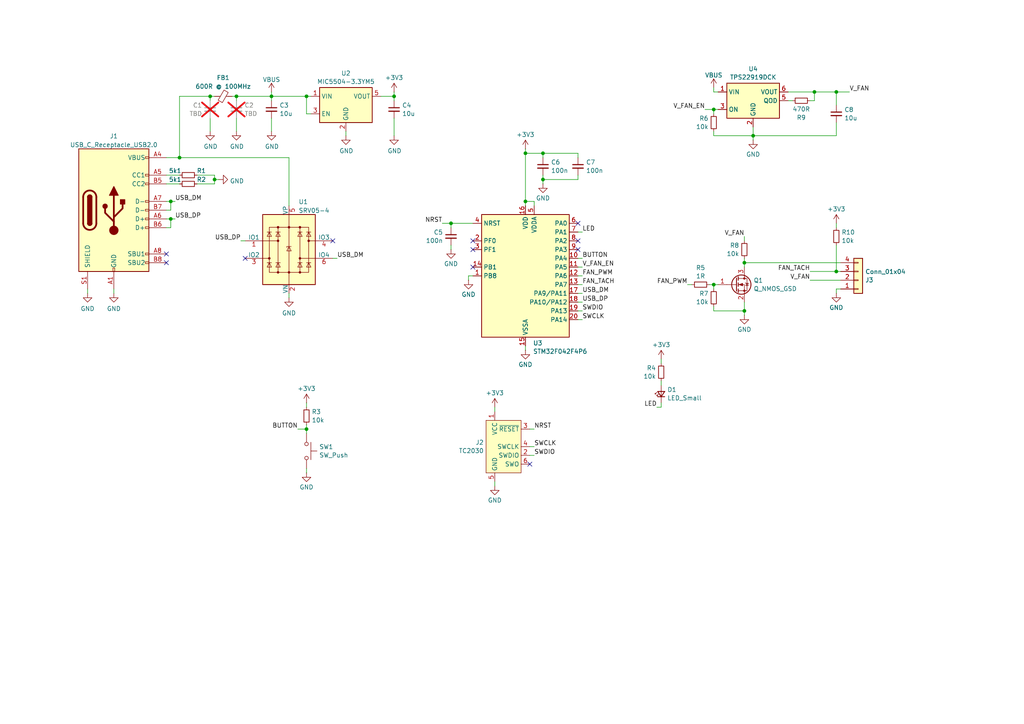
<source format=kicad_sch>
(kicad_sch (version 20250114) (generator "eeschema") (generator_version "9.0")
  (paper "A4")
  (lib_symbols
    (symbol "Connector:Conn_ARM_SWD_TagConnect_TC2030" (in_bom no)
      (property "Reference" "J" (at 2.54 11.43 0))
      (property "Value" "Conn_ARM_SWD_TagConnect_TC2030" (at 5.08 8.89 0))
      (symbol "Conn_ARM_SWD_TagConnect_TC2030_0_0"
        (pin power_in line (at -2.54 10.16 270) (length 2.54) (name "VCC") (number "1"))
        (pin power_in line (at -2.54 -10.16 90) (length 2.54) (name "GND") (number "5"))
        (pin open_collector line (at 7.62 5.08 180) (length 2.54) (name "~{RESET}") (number "3"))
        (pin output line (at 7.62 0 180) (length 2.54) (name "SWCLK") (number "4"))
        (pin bidirectional line (at 7.62 -2.54 180) (length 2.54) (name "SWDIO") (number "2"))
        (pin input line (at 7.62 -5.08 180) (length 2.54) (name "SWO") (number "6"))
      )
      (symbol "Conn_ARM_SWD_TagConnect_TC2030_0_1"
        (rectangle (start -5.08 7.62) (end 5.08 -7.62) (fill (type background)))
      )
    )
    (symbol "Connector:USB_C_Receptacle_USB2.0" (pin_names (offset 1.016))
      (property "Reference" "J" (at -10.16 19.05 0))
      (property "Value" "USB_C_Receptacle_USB2.0" (at 19.05 19.05 0))
      (symbol "USB_C_Receptacle_USB2.0_0_0"
        (rectangle (start -0.254 -17.78) (end 0.254 -16.764))
        (rectangle (start 10.16 15.494) (end 9.144 14.986))
        (rectangle (start 10.16 10.414) (end 9.144 9.906))
        (rectangle (start 10.16 7.874) (end 9.144 7.366))
        (rectangle (start 10.16 2.794) (end 9.144 2.286))
        (rectangle (start 10.16 0.254) (end 9.144 -0.254))
        (rectangle (start 10.16 -2.286) (end 9.144 -2.794))
        (rectangle (start 10.16 -4.826) (end 9.144 -5.334))
        (rectangle (start 10.16 -12.446) (end 9.144 -12.954))
        (rectangle (start 10.16 -14.986) (end 9.144 -15.494))
      )
      (symbol "USB_C_Receptacle_USB2.0_0_1"
        (rectangle (start -10.16 17.78) (end 10.16 -17.78) (stroke (width 0.254)) (fill (type background)))
        (polyline (pts (xy -8.89 -3.81) (xy -8.89 3.81)) (stroke (width 0.508)))
        (rectangle (start -7.62 -3.81) (end -6.35 3.81) (stroke (width 0.254)) (fill (type outline)))
        (arc (start -7.62 3.81) (mid -6.985 4.4423) (end -6.35 3.81) (stroke (width 0.254)))
        (arc (start -7.62 3.81) (mid -6.985 4.4423) (end -6.35 3.81) (stroke (width 0.254)) (fill (type outline)))
        (arc (start -8.89 3.81) (mid -6.985 5.7067) (end -5.08 3.81) (stroke (width 0.508)))
        (arc (start -5.08 -3.81) (mid -6.985 -5.7067) (end -8.89 -3.81) (stroke (width 0.508)))
        (arc (start -6.35 -3.81) (mid -6.985 -4.4423) (end -7.62 -3.81) (stroke (width 0.254)))
        (arc (start -6.35 -3.81) (mid -6.985 -4.4423) (end -7.62 -3.81) (stroke (width 0.254)) (fill (type outline)))
        (polyline (pts (xy -5.08 3.81) (xy -5.08 -3.81)) (stroke (width 0.508)))
        (circle (center -2.54 1.143) (radius 0.635) (stroke (width 0.254)) (fill (type outline)))
        (polyline (pts (xy -1.27 4.318) (xy 0 6.858) (xy 1.27 4.318) (xy -1.27 4.318)) (stroke (width 0.254)) (fill (type outline)))
        (polyline (pts (xy 0 -2.032) (xy 2.54 0.508) (xy 2.54 1.778)) (stroke (width 0.508)))
        (polyline (pts (xy 0 -3.302) (xy -2.54 -0.762) (xy -2.54 0.508)) (stroke (width 0.508)))
        (polyline (pts (xy 0 -5.842) (xy 0 4.318)) (stroke (width 0.508)))
        (circle (center 0 -5.842) (radius 1.27) (fill (type outline)))
        (rectangle (start 1.905 1.778) (end 3.175 3.048) (stroke (width 0.254)) (fill (type outline)))
      )
      (symbol "USB_C_Receptacle_USB2.0_1_1"
        (pin passive line (at -7.62 -22.86 90) (length 5.08) (name "SHIELD") (number "S1"))
        (pin passive line (at 0 -22.86 90) (length 5.08) (name "GND") (number "A1"))
        (pin passive line (at 0 -22.86 90) (length 5.08) (hide yes) (name "GND") (number "A12"))
        (pin passive line (at 0 -22.86 90) (length 5.08) (hide yes) (name "GND") (number "B1"))
        (pin passive line (at 0 -22.86 90) (length 5.08) (hide yes) (name "GND") (number "B12"))
        (pin passive line (at 15.24 15.24 180) (length 5.08) (name "VBUS") (number "A4"))
        (pin passive line (at 15.24 15.24 180) (length 5.08) (hide yes) (name "VBUS") (number "A9"))
        (pin passive line (at 15.24 15.24 180) (length 5.08) (hide yes) (name "VBUS") (number "B4"))
        (pin passive line (at 15.24 15.24 180) (length 5.08) (hide yes) (name "VBUS") (number "B9"))
        (pin bidirectional line (at 15.24 10.16 180) (length 5.08) (name "CC1") (number "A5"))
        (pin bidirectional line (at 15.24 7.62 180) (length 5.08) (name "CC2") (number "B5"))
        (pin bidirectional line (at 15.24 2.54 180) (length 5.08) (name "D-") (number "A7"))
        (pin bidirectional line (at 15.24 0 180) (length 5.08) (name "D-") (number "B7"))
        (pin bidirectional line (at 15.24 -2.54 180) (length 5.08) (name "D+") (number "A6"))
        (pin bidirectional line (at 15.24 -5.08 180) (length 5.08) (name "D+") (number "B6"))
        (pin bidirectional line (at 15.24 -12.7 180) (length 5.08) (name "SBU1") (number "A8"))
        (pin bidirectional line (at 15.24 -15.24 180) (length 5.08) (name "SBU2") (number "B8"))
      )
    )
    (symbol "Connector_Generic:Conn_01x04" (pin_names (offset 1.016) (hide yes))
      (property "Reference" "J" (at 0 5.08 0))
      (property "Value" "Conn_01x04" (at 0 -7.62 0))
      (symbol "Conn_01x04_1_1"
        (rectangle (start -1.27 3.81) (end 1.27 -6.35) (stroke (width 0.254)) (fill (type background)))
        (rectangle (start -1.27 2.667) (end 0 2.413) (stroke (width 0.1524)))
        (rectangle (start -1.27 0.127) (end 0 -0.127) (stroke (width 0.1524)))
        (rectangle (start -1.27 -2.413) (end 0 -2.667) (stroke (width 0.1524)))
        (rectangle (start -1.27 -4.953) (end 0 -5.207) (stroke (width 0.1524)))
        (pin passive line (at -5.08 2.54 0) (length 3.81) (name "Pin_1") (number "1"))
        (pin passive line (at -5.08 0 0) (length 3.81) (name "Pin_2") (number "2"))
        (pin passive line (at -5.08 -2.54 0) (length 3.81) (name "Pin_3") (number "3"))
        (pin passive line (at -5.08 -5.08 0) (length 3.81) (name "Pin_4") (number "4"))
      )
    )
    (symbol "Device:C_Small" (pin_numbers (hide yes)) (pin_names (offset 0.254) (hide yes))
      (property "Reference" "C" (at 0.254 1.778 0))
      (property "Value" "C_Small" (at 0.254 -2.032 0))
      (symbol "C_Small_0_1"
        (polyline (pts (xy -1.524 0.508) (xy 1.524 0.508)) (stroke (width 0.3048)))
        (polyline (pts (xy -1.524 -0.508) (xy 1.524 -0.508)) (stroke (width 0.3302)))
      )
      (symbol "C_Small_1_1"
        (pin passive line (at 0 2.54 270) (length 2.032) (name "~") (number "1"))
        (pin passive line (at 0 -2.54 90) (length 2.032) (name "~") (number "2"))
      )
    )
    (symbol "Device:FerriteBead_Small" (pin_numbers (hide yes)) (pin_names (offset 0))
      (property "Reference" "FB" (at 1.905 1.27 0))
      (property "Value" "FerriteBead_Small" (at 1.905 -1.27 0))
      (symbol "FerriteBead_Small_0_1"
        (polyline (pts (xy -1.8288 0.2794) (xy -1.1176 1.4986) (xy 1.8288 -0.2032) (xy 1.1176 -1.4224) (xy -1.8288 0.2794)))
        (polyline (pts (xy 0 0.889) (xy 0 1.2954)))
        (polyline (pts (xy 0 -1.27) (xy 0 -0.7874)))
      )
      (symbol "FerriteBead_Small_1_1"
        (pin passive line (at 0 2.54 270) (length 1.27) (name "~") (number "1"))
        (pin passive line (at 0 -2.54 90) (length 1.27) (name "~") (number "2"))
      )
    )
    (symbol "Device:LED_Small" (pin_numbers (hide yes)) (pin_names (offset 0.254) (hide yes))
      (property "Reference" "D" (at -1.27 3.175 0))
      (property "Value" "LED_Small" (at -4.445 -2.54 0))
      (symbol "LED_Small_0_1"
        (polyline (pts (xy -0.762 -1.016) (xy -0.762 1.016)) (stroke (width 0.254)))
        (polyline (pts (xy 0 0.762) (xy -0.508 1.27) (xy -0.254 1.27) (xy -0.508 1.27) (xy -0.508 1.016)))
        (polyline (pts (xy 0.508 1.27) (xy 0 1.778) (xy 0.254 1.778) (xy 0 1.778) (xy 0 1.524)))
        (polyline (pts (xy 0.762 -1.016) (xy -0.762 0) (xy 0.762 1.016) (xy 0.762 -1.016)) (stroke (width 0.254)))
        (polyline (pts (xy 1.016 0) (xy -0.762 0)))
      )
      (symbol "LED_Small_1_1"
        (pin passive line (at -2.54 0 0) (length 1.778) (name "K") (number "1"))
        (pin passive line (at 2.54 0 180) (length 1.778) (name "A") (number "2"))
      )
    )
    (symbol "Device:Q_NMOS_GSD" (pin_names (offset 0) (hide yes))
      (property "Reference" "Q" (at 5.08 1.27 0))
      (property "Value" "Q_NMOS_GSD" (at 5.08 -1.27 0))
      (symbol "Q_NMOS_GSD_0_1"
        (polyline (pts (xy 0.254 1.905) (xy 0.254 -1.905)) (stroke (width 0.254)))
        (polyline (pts (xy 0.254 0) (xy -2.54 0)))
        (polyline (pts (xy 0.762 2.286) (xy 0.762 1.27)) (stroke (width 0.254)))
        (polyline (pts (xy 0.762 0.508) (xy 0.762 -0.508)) (stroke (width 0.254)))
        (polyline (pts (xy 0.762 -1.27) (xy 0.762 -2.286)) (stroke (width 0.254)))
        (polyline (pts (xy 0.762 -1.778) (xy 3.302 -1.778) (xy 3.302 1.778) (xy 0.762 1.778)))
        (polyline (pts (xy 1.016 0) (xy 2.032 0.381) (xy 2.032 -0.381) (xy 1.016 0)) (fill (type outline)))
        (circle (center 1.651 0) (radius 2.794) (stroke (width 0.254)))
        (polyline (pts (xy 2.54 2.54) (xy 2.54 1.778)))
        (circle (center 2.54 1.778) (radius 0.254) (fill (type outline)))
        (circle (center 2.54 -1.778) (radius 0.254) (fill (type outline)))
        (polyline (pts (xy 2.54 -2.54) (xy 2.54 0) (xy 0.762 0)))
        (polyline (pts (xy 2.794 0.508) (xy 2.921 0.381) (xy 3.683 0.381) (xy 3.81 0.254)))
        (polyline (pts (xy 3.302 0.381) (xy 2.921 -0.254) (xy 3.683 -0.254) (xy 3.302 0.381)))
      )
      (symbol "Q_NMOS_GSD_1_1"
        (pin input line (at -5.08 0 0) (length 2.54) (name "G") (number "1"))
        (pin passive line (at 2.54 5.08 270) (length 2.54) (name "D") (number "3"))
        (pin passive line (at 2.54 -5.08 90) (length 2.54) (name "S") (number "2"))
      )
    )
    (symbol "Device:R_Small" (pin_numbers (hide yes)) (pin_names (offset 0.254) (hide yes))
      (property "Reference" "R" (at 0.762 0.508 0))
      (property "Value" "R_Small" (at 0.762 -1.016 0))
      (symbol "R_Small_0_1"
        (rectangle (start -0.762 1.778) (end 0.762 -1.778) (stroke (width 0.2032)))
      )
      (symbol "R_Small_1_1"
        (pin passive line (at 0 2.54 270) (length 0.762) (name "~") (number "1"))
        (pin passive line (at 0 -2.54 90) (length 0.762) (name "~") (number "2"))
      )
    )
    (symbol "GND_1" (power) (pin_numbers (hide yes)) (pin_names (offset 0) (hide yes))
      (property "Value" "GND" (at 0 -3.81 0))
      (symbol "GND_1_0_1"
        (polyline (pts (xy 0 0) (xy 0 -1.27) (xy 1.27 -1.27) (xy 0 -2.54) (xy -1.27 -1.27) (xy 0 -1.27)))
      )
      (symbol "GND_1_1_1"
        (pin power_in line (at 0 0 270) (length 0) (name "~") (number "1"))
      )
    )
    (symbol "GND_2" (power) (pin_numbers (hide yes)) (pin_names (offset 0) (hide yes))
      (property "Value" "GND" (at 0 -3.81 0))
      (symbol "GND_2_0_1"
        (polyline (pts (xy 0 0) (xy 0 -1.27) (xy 1.27 -1.27) (xy 0 -2.54) (xy -1.27 -1.27) (xy 0 -1.27)))
      )
      (symbol "GND_2_1_1"
        (pin power_in line (at 0 0 270) (length 0) (name "~") (number "1"))
      )
    )
    (symbol "GND_3" (power) (pin_numbers (hide yes)) (pin_names (offset 0) (hide yes))
      (property "Value" "GND" (at 0 -3.81 0))
      (symbol "GND_3_0_1"
        (polyline (pts (xy 0 0) (xy 0 -1.27) (xy 1.27 -1.27) (xy 0 -2.54) (xy -1.27 -1.27) (xy 0 -1.27)))
      )
      (symbol "GND_3_1_1"
        (pin power_in line (at 0 0 270) (length 0) (name "~") (number "1"))
      )
    )
    (symbol "GND_4" (power) (pin_numbers (hide yes)) (pin_names (offset 0) (hide yes))
      (property "Value" "GND" (at 0 -3.81 0))
      (symbol "GND_4_0_1"
        (polyline (pts (xy 0 0) (xy 0 -1.27) (xy 1.27 -1.27) (xy 0 -2.54) (xy -1.27 -1.27) (xy 0 -1.27)))
      )
      (symbol "GND_4_1_1"
        (pin power_in line (at 0 0 270) (length 0) (name "~") (number "1"))
      )
    )
    (symbol "MCU_ST_STM32F0:STM32F042F4Px"
      (property "Reference" "U" (at -12.7 19.05 0))
      (property "Value" "STM32F042F4Px" (at 5.08 19.05 0))
      (symbol "STM32F042F4Px_0_1"
        (rectangle (start -12.7 -17.78) (end 12.7 17.78) (stroke (width 0.254)) (fill (type background)))
      )
      (symbol "STM32F042F4Px_1_1"
        (pin input line (at -15.24 15.24 0) (length 2.54) (name "NRST") (number "4"))
        (pin bidirectional line (at -15.24 10.16 0) (length 2.54) (name "PF0") (number "2"))
        (pin bidirectional line (at -15.24 7.62 0) (length 2.54) (name "PF1") (number "3"))
        (pin bidirectional line (at -15.24 2.54 0) (length 2.54) (name "PB1") (number "14"))
        (pin bidirectional line (at -15.24 0 0) (length 2.54) (name "PB8") (number "1"))
        (pin power_in line (at 0 20.32 270) (length 2.54) (name "VDD") (number "16"))
        (pin power_in line (at 0 -20.32 90) (length 2.54) (name "VSSA") (number "15"))
        (pin power_in line (at 2.54 20.32 270) (length 2.54) (name "VDDA") (number "5"))
        (pin bidirectional line (at 15.24 15.24 180) (length 2.54) (name "PA0") (number "6"))
        (pin bidirectional line (at 15.24 12.7 180) (length 2.54) (name "PA1") (number "7"))
        (pin bidirectional line (at 15.24 10.16 180) (length 2.54) (name "PA2") (number "8"))
        (pin bidirectional line (at 15.24 7.62 180) (length 2.54) (name "PA3") (number "9"))
        (pin bidirectional line (at 15.24 5.08 180) (length 2.54) (name "PA4") (number "10"))
        (pin bidirectional line (at 15.24 2.54 180) (length 2.54) (name "PA5") (number "11"))
        (pin bidirectional line (at 15.24 0 180) (length 2.54) (name "PA6") (number "12"))
        (pin bidirectional line (at 15.24 -2.54 180) (length 2.54) (name "PA7") (number "13"))
        (pin bidirectional line (at 15.24 -5.08 180) (length 2.54) (name "PA9/PA11") (number "17"))
        (pin bidirectional line (at 15.24 -7.62 180) (length 2.54) (name "PA10/PA12") (number "18"))
        (pin bidirectional line (at 15.24 -10.16 180) (length 2.54) (name "PA13") (number "19"))
        (pin bidirectional line (at 15.24 -12.7 180) (length 2.54) (name "PA14") (number "20"))
      )
    )
    (symbol "Power_Protection:SRV05-4" (pin_names (offset 0))
      (property "Reference" "U" (at -5.08 11.43 0))
      (property "Value" "SRV05-4" (at 2.54 11.43 0))
      (symbol "SRV05-4_0_0"
        (rectangle (start -5.715 6.477) (end 5.715 -6.604))
        (polyline (pts (xy -3.175 -6.604) (xy -3.175 6.477)))
        (polyline (pts (xy 3.175 6.477) (xy 3.175 -6.604)))
      )
      (symbol "SRV05-4_0_1"
        (polyline (pts (xy -7.747 2.54) (xy -3.175 2.54)))
        (rectangle (start -7.62 10.16) (end 7.62 -10.16) (stroke (width 0.254)) (fill (type background)))
        (polyline (pts (xy -7.62 -2.54) (xy -5.715 -2.54)))
        (circle (center -5.715 -2.54) (radius 0.2794) (fill (type outline)))
        (polyline (pts (xy -5.08 5.08) (xy -6.35 5.08)))
        (polyline (pts (xy -5.08 3.81) (xy -6.35 3.81) (xy -5.715 5.08) (xy -5.08 3.81)))
        (polyline (pts (xy -5.08 -3.81) (xy -6.35 -3.81)))
        (polyline (pts (xy -5.08 -5.08) (xy -6.35 -5.08) (xy -5.715 -3.81) (xy -5.08 -5.08)))
        (circle (center -3.175 6.477) (radius 0.2794) (fill (type outline)))
        (circle (center -3.175 2.54) (radius 0.2794) (fill (type outline)))
        (circle (center -3.175 -6.604) (radius 0.2794) (fill (type outline)))
        (polyline (pts (xy -2.54 5.08) (xy -3.81 5.08)))
        (polyline (pts (xy -2.54 3.81) (xy -3.81 3.81) (xy -3.175 5.08) (xy -2.54 3.81)))
        (polyline (pts (xy -2.54 -3.81) (xy -3.81 -3.81)))
        (polyline (pts (xy -2.54 -5.08) (xy -3.81 -5.08) (xy -3.175 -3.81) (xy -2.54 -5.08)))
        (polyline (pts (xy 0 10.16) (xy 0 -10.16)))
        (circle (center 0 6.477) (radius 0.2794) (fill (type outline)))
        (circle (center 0 -6.604) (radius 0.2794) (fill (type outline)))
        (polyline (pts (xy 0.635 0.889) (xy -0.635 0.889) (xy -0.635 0.635)))
        (polyline (pts (xy 0.635 -0.381) (xy -0.635 -0.381) (xy 0 0.889) (xy 0.635 -0.381)))
        (circle (center 3.175 6.477) (radius 0.2794) (fill (type outline)))
        (circle (center 3.175 -2.54) (radius 0.2794) (fill (type outline)))
        (circle (center 3.175 -6.604) (radius 0.2794) (fill (type outline)))
        (polyline (pts (xy 3.81 5.08) (xy 2.54 5.08)))
        (polyline (pts (xy 3.81 3.81) (xy 2.54 3.81) (xy 3.175 5.08) (xy 3.81 3.81)))
        (polyline (pts (xy 3.81 -3.81) (xy 2.54 -3.81)))
        (polyline (pts (xy 3.81 -5.08) (xy 2.54 -5.08) (xy 3.175 -3.81) (xy 3.81 -5.08)))
        (circle (center 5.715 2.54) (radius 0.2794) (fill (type outline)))
        (polyline (pts (xy 6.35 5.08) (xy 5.08 5.08)))
        (polyline (pts (xy 6.35 3.81) (xy 5.08 3.81) (xy 5.715 5.08) (xy 6.35 3.81)))
        (polyline (pts (xy 6.35 -3.81) (xy 5.08 -3.81)))
        (polyline (pts (xy 6.35 -5.08) (xy 5.08 -5.08) (xy 5.715 -3.81) (xy 6.35 -5.08)))
        (polyline (pts (xy 7.62 2.54) (xy 5.715 2.54)))
        (polyline (pts (xy 7.62 -2.54) (xy 3.175 -2.54)))
      )
      (symbol "SRV05-4_1_1"
        (pin passive line (at -12.7 2.54 0) (length 5.08) (name "IO1") (number "1"))
        (pin passive line (at -12.7 -2.54 0) (length 5.08) (name "IO2") (number "3"))
        (pin passive line (at 0 12.7 270) (length 2.54) (name "VP") (number "5"))
        (pin passive line (at 0 -12.7 90) (length 2.54) (name "VN") (number "2"))
        (pin passive line (at 12.7 2.54 180) (length 5.08) (name "IO3") (number "4"))
        (pin passive line (at 12.7 -2.54 180) (length 5.08) (name "IO4") (number "6"))
      )
    )
    (symbol "Regulator_Linear:MIC5504-3.3YM5"
      (property "Reference" "U" (at -7.62 8.89 0))
      (property "Value" "MIC5504-3.3YM5" (at -7.62 6.35 0))
      (symbol "MIC5504-3.3YM5_0_1"
        (rectangle (start -7.62 -5.08) (end 7.62 5.08) (stroke (width 0.254)) (fill (type background)))
      )
      (symbol "MIC5504-3.3YM5_1_1"
        (pin power_in line (at -10.16 2.54 0) (length 2.54) (name "VIN") (number "1"))
        (pin input line (at -10.16 -2.54 0) (length 2.54) (name "EN") (number "3"))
        (pin power_in line (at 0 -7.62 90) (length 2.54) (name "GND") (number "2"))
        (pin no_connect line (at 7.62 -2.54 180) (length 2.54) (hide yes) (name "NC") (number "4"))
        (pin power_out line (at 10.16 2.54 180) (length 2.54) (name "VOUT") (number "5"))
      )
    )
    (symbol "Switch:SW_Push" (pin_numbers (hide yes)) (pin_names (offset 1.016) (hide yes))
      (property "Reference" "SW" (at 1.27 2.54 0))
      (property "Value" "SW_Push" (at 0 -1.524 0))
      (symbol "SW_Push_0_1"
        (circle (center -2.032 0) (radius 0.508))
        (polyline (pts (xy 0 1.27) (xy 0 3.048)))
        (circle (center 2.032 0) (radius 0.508))
        (polyline (pts (xy 2.54 1.27) (xy -2.54 1.27)))
        (pin passive line (at -5.08 0 0) (length 2.54) (name "1") (number "1"))
        (pin passive line (at 5.08 0 180) (length 2.54) (name "2") (number "2"))
      )
    )
    (symbol "TI_TPS22919:TPS22919DCK"
      (property "Reference" "U" (at -6.35 6.35 0))
      (property "Value" "TPS22919DCK" (at 2.54 6.35 0))
      (symbol "TPS22919DCK_0_1"
        (rectangle (start -7.62 5.08) (end 7.62 -5.08) (stroke (width 0.254)) (fill (type background)))
      )
      (symbol "TPS22919DCK_1_1"
        (pin power_in line (at -10.16 2.54 0) (length 2.54) (name "VIN") (number "1"))
        (pin input line (at -10.16 -2.54 0) (length 2.54) (name "ON") (number "3"))
        (pin power_in line (at 0 -7.62 90) (length 2.54) (name "GND") (number "2"))
        (pin power_out line (at 10.16 2.54 180) (length 2.54) (name "VOUT") (number "6"))
        (pin open_collector line (at 10.16 0 180) (length 2.54) (name "QOD") (number "5"))
      )
    )
    (symbol "power:+3V3" (power) (pin_numbers (hide yes)) (pin_names (offset 0) (hide yes))
      (property "Value" "+3V3" (at 0 3.556 0))
      (symbol "+3V3_0_1"
        (polyline (pts (xy -0.762 1.27) (xy 0 2.54)))
        (polyline (pts (xy 0 2.54) (xy 0.762 1.27)))
        (polyline (pts (xy 0 0) (xy 0 2.54)))
      )
      (symbol "+3V3_1_1"
        (pin power_in line (at 0 0 90) (length 0) (name "~") (number "1"))
      )
    )
    (symbol "power:GND" (power) (pin_names (offset 0))
      (property "Value" "GND" (at 0 -3.81 0))
      (symbol "GND_0_1"
        (polyline (pts (xy 0 0) (xy 0 -1.27) (xy 1.27 -1.27) (xy 0 -2.54) (xy -1.27 -1.27) (xy 0 -1.27)))
      )
      (symbol "GND_1_1"
        (pin power_in line (at 0 0 270) (length 0) (hide yes) (name "GND") (number "1"))
      )
    )
    (symbol "power:VBUS" (power) (pin_names (offset 0))
      (property "Value" "VBUS" (at 0 3.81 0))
      (symbol "VBUS_0_1"
        (polyline (pts (xy -0.762 1.27) (xy 0 2.54)))
        (polyline (pts (xy 0 2.54) (xy 0.762 1.27)))
        (polyline (pts (xy 0 0) (xy 0 2.54)))
      )
      (symbol "VBUS_1_1"
        (pin power_in line (at 0 0 90) (length 0) (hide yes) (name "VBUS") (number "1"))
      )
    )
  )
  (junction (at 49.53 58.42))
  (junction (at 242.57 26.67))
  (junction (at 52.07 45.72))
  (junction (at 152.4 58.42))
  (junction (at 215.9 90.17))
  (junction (at 152.4 44.45))
  (junction (at 78.74 27.94))
  (junction (at 207.01 82.55))
  (junction (at 62.23 52.07))
  (junction (at 88.9 124.46))
  (junction (at 157.48 44.45))
  (junction (at 130.81 64.77))
  (junction (at 236.22 26.67))
  (junction (at 114.3 27.94))
  (junction (at 68.58 27.94))
  (junction (at 60.96 27.94))
  (junction (at 215.9 76.2))
  (junction (at 157.48 52.07))
  (junction (at 218.44 39.37))
  (junction (at 88.9 27.94))
  (junction (at 49.53 63.5))
  (junction (at 242.57 78.74))
  (junction (at 207.01 31.75))
  (no_connect (at 137.16 72.39))
  (no_connect (at 71.12 74.93))
  (no_connect (at 167.64 72.39))
  (no_connect (at 48.26 73.66))
  (no_connect (at 48.26 76.2))
  (no_connect (at 167.64 64.77))
  (no_connect (at 137.16 69.85))
  (no_connect (at 137.16 77.47))
  (no_connect (at 167.64 69.85))
  (no_connect (at 153.67 134.62))
  (no_connect (at 96.52 69.85))
  (wire (pts (xy 49.53 58.42) (xy 49.53 60.96)))
  (wire (pts (xy 157.48 50.8) (xy 157.48 52.07)))
  (wire (pts (xy 152.4 58.42) (xy 152.4 59.69)))
  (wire (pts (xy 218.44 39.37) (xy 242.57 39.37)))
  (wire (pts (xy 62.23 50.8) (xy 62.23 52.07)))
  (wire (pts (xy 88.9 123.19) (xy 88.9 124.46)))
  (wire (pts (xy 242.57 78.74) (xy 243.84 78.74)))
  (wire (pts (xy 100.33 38.1) (xy 100.33 39.37)))
  (wire (pts (xy 234.95 29.21) (xy 236.22 29.21)))
  (wire (pts (xy 207.01 39.37) (xy 218.44 39.37)))
  (wire (pts (xy 191.77 110.49) (xy 191.77 111.76)))
  (wire (pts (xy 154.94 58.42) (xy 154.94 59.69)))
  (wire (pts (xy 48.26 53.34) (xy 52.07 53.34)))
  (wire (pts (xy 167.64 52.07) (xy 167.64 50.8)))
  (wire (pts (xy 68.58 34.29) (xy 68.58 38.1)))
  (wire (pts (xy 207.01 82.55) (xy 208.28 82.55)))
  (wire (pts (xy 167.64 77.47) (xy 168.91 77.47)))
  (wire (pts (xy 78.74 27.94) (xy 88.9 27.94)))
  (wire (pts (xy 167.64 87.63) (xy 168.91 87.63)))
  (wire (pts (xy 215.9 90.17) (xy 215.9 91.44)))
  (wire (pts (xy 167.64 82.55) (xy 168.91 82.55)))
  (wire (pts (xy 242.57 83.82) (xy 243.84 83.82)))
  (wire (pts (xy 88.9 116.84) (xy 88.9 118.11)))
  (wire (pts (xy 207.01 90.17) (xy 215.9 90.17)))
  (wire (pts (xy 191.77 104.14) (xy 191.77 105.41)))
  (wire (pts (xy 207.01 88.9) (xy 207.01 90.17)))
  (wire (pts (xy 60.96 27.94) (xy 62.23 27.94)))
  (wire (pts (xy 207.01 26.67) (xy 208.28 26.67)))
  (wire (pts (xy 130.81 64.77) (xy 137.16 64.77)))
  (wire (pts (xy 49.53 63.5) (xy 48.26 63.5)))
  (wire (pts (xy 86.36 124.46) (xy 88.9 124.46)))
  (wire (pts (xy 242.57 26.67) (xy 246.38 26.67)))
  (wire (pts (xy 52.07 45.72) (xy 52.07 27.94)))
  (wire (pts (xy 48.26 60.96) (xy 49.53 60.96)))
  (wire (pts (xy 83.82 45.72) (xy 83.82 59.69)))
  (wire (pts (xy 68.58 27.94) (xy 78.74 27.94)))
  (wire (pts (xy 157.48 44.45) (xy 157.48 45.72)))
  (wire (pts (xy 207.01 25.4) (xy 207.01 26.67)))
  (wire (pts (xy 114.3 34.29) (xy 114.3 39.37)))
  (wire (pts (xy 167.64 85.09) (xy 168.91 85.09)))
  (wire (pts (xy 167.64 92.71) (xy 168.91 92.71)))
  (wire (pts (xy 130.81 71.12) (xy 130.81 72.39)))
  (wire (pts (xy 190.5 118.11) (xy 191.77 118.11)))
  (wire (pts (xy 228.6 29.21) (xy 229.87 29.21)))
  (wire (pts (xy 236.22 26.67) (xy 236.22 29.21)))
  (wire (pts (xy 49.53 63.5) (xy 50.8 63.5)))
  (wire (pts (xy 57.15 50.8) (xy 62.23 50.8)))
  (wire (pts (xy 242.57 71.12) (xy 242.57 78.74)))
  (wire (pts (xy 242.57 39.37) (xy 242.57 35.56)))
  (wire (pts (xy 60.96 34.29) (xy 60.96 38.1)))
  (wire (pts (xy 153.67 124.46) (xy 154.94 124.46)))
  (wire (pts (xy 83.82 85.09) (xy 83.82 86.36)))
  (wire (pts (xy 68.58 27.94) (xy 68.58 29.21)))
  (wire (pts (xy 49.53 66.04) (xy 49.53 63.5)))
  (wire (pts (xy 167.64 44.45) (xy 167.64 45.72)))
  (wire (pts (xy 60.96 27.94) (xy 60.96 29.21)))
  (wire (pts (xy 143.51 118.11) (xy 143.51 119.38)))
  (wire (pts (xy 215.9 76.2) (xy 215.9 77.47)))
  (wire (pts (xy 67.31 27.94) (xy 68.58 27.94)))
  (wire (pts (xy 215.9 87.63) (xy 215.9 90.17)))
  (wire (pts (xy 152.4 44.45) (xy 157.48 44.45)))
  (wire (pts (xy 167.64 74.93) (xy 168.91 74.93)))
  (wire (pts (xy 218.44 39.37) (xy 218.44 40.64)))
  (wire (pts (xy 153.67 132.08) (xy 154.94 132.08)))
  (wire (pts (xy 152.4 100.33) (xy 152.4 101.6)))
  (wire (pts (xy 78.74 26.67) (xy 78.74 27.94)))
  (wire (pts (xy 215.9 68.58) (xy 215.9 69.85)))
  (wire (pts (xy 205.74 82.55) (xy 207.01 82.55)))
  (wire (pts (xy 52.07 45.72) (xy 83.82 45.72)))
  (wire (pts (xy 48.26 45.72) (xy 52.07 45.72)))
  (wire (pts (xy 157.48 44.45) (xy 167.64 44.45)))
  (wire (pts (xy 167.64 80.01) (xy 168.91 80.01)))
  (wire (pts (xy 152.4 58.42) (xy 154.94 58.42)))
  (wire (pts (xy 153.67 129.54) (xy 154.94 129.54)))
  (wire (pts (xy 215.9 74.93) (xy 215.9 76.2)))
  (wire (pts (xy 167.64 90.17) (xy 168.91 90.17)))
  (wire (pts (xy 135.89 80.01) (xy 137.16 80.01)))
  (wire (pts (xy 128.27 64.77) (xy 130.81 64.77)))
  (wire (pts (xy 242.57 85.09) (xy 242.57 83.82)))
  (wire (pts (xy 114.3 27.94) (xy 114.3 29.21)))
  (wire (pts (xy 228.6 26.67) (xy 236.22 26.67)))
  (wire (pts (xy 52.07 27.94) (xy 60.96 27.94)))
  (wire (pts (xy 236.22 26.67) (xy 242.57 26.67)))
  (wire (pts (xy 207.01 38.1) (xy 207.01 39.37)))
  (wire (pts (xy 88.9 27.94) (xy 88.9 33.02)))
  (wire (pts (xy 207.01 82.55) (xy 207.01 83.82)))
  (wire (pts (xy 96.52 74.93) (xy 97.79 74.93)))
  (wire (pts (xy 157.48 52.07) (xy 167.64 52.07)))
  (wire (pts (xy 215.9 76.2) (xy 243.84 76.2)))
  (wire (pts (xy 242.57 26.67) (xy 242.57 30.48)))
  (wire (pts (xy 191.77 116.84) (xy 191.77 118.11)))
  (wire (pts (xy 114.3 27.94) (xy 114.3 26.67)))
  (wire (pts (xy 57.15 53.34) (xy 62.23 53.34)))
  (wire (pts (xy 78.74 27.94) (xy 78.74 29.21)))
  (wire (pts (xy 25.4 83.82) (xy 25.4 85.09)))
  (wire (pts (xy 48.26 66.04) (xy 49.53 66.04)))
  (wire (pts (xy 48.26 58.42) (xy 49.53 58.42)))
  (wire (pts (xy 88.9 27.94) (xy 90.17 27.94)))
  (wire (pts (xy 88.9 135.89) (xy 88.9 137.16)))
  (wire (pts (xy 62.23 52.07) (xy 63.5 52.07)))
  (wire (pts (xy 130.81 64.77) (xy 130.81 66.04)))
  (wire (pts (xy 234.95 81.28) (xy 243.84 81.28)))
  (wire (pts (xy 234.95 78.74) (xy 242.57 78.74)))
  (wire (pts (xy 49.53 58.42) (xy 50.8 58.42)))
  (wire (pts (xy 199.39 82.55) (xy 200.66 82.55)))
  (wire (pts (xy 48.26 50.8) (xy 52.07 50.8)))
  (wire (pts (xy 135.89 81.28) (xy 135.89 80.01)))
  (wire (pts (xy 218.44 36.83) (xy 218.44 39.37)))
  (wire (pts (xy 88.9 33.02) (xy 90.17 33.02)))
  (wire (pts (xy 157.48 52.07) (xy 157.48 53.34)))
  (wire (pts (xy 207.01 31.75) (xy 207.01 33.02)))
  (wire (pts (xy 69.85 69.85) (xy 71.12 69.85)))
  (wire (pts (xy 143.51 139.7) (xy 143.51 140.97)))
  (wire (pts (xy 62.23 53.34) (xy 62.23 52.07)))
  (wire (pts (xy 167.64 67.31) (xy 168.91 67.31)))
  (wire (pts (xy 152.4 44.45) (xy 152.4 58.42)))
  (wire (pts (xy 88.9 124.46) (xy 88.9 125.73)))
  (wire (pts (xy 204.47 31.75) (xy 207.01 31.75)))
  (wire (pts (xy 152.4 43.18) (xy 152.4 44.45)))
  (wire (pts (xy 110.49 27.94) (xy 114.3 27.94)))
  (wire (pts (xy 78.74 34.29) (xy 78.74 38.1)))
  (wire (pts (xy 207.01 31.75) (xy 208.28 31.75)))
  (wire (pts (xy 33.02 83.82) (xy 33.02 85.09)))
  (wire (pts (xy 242.57 64.77) (xy 242.57 66.04)))
  (label "SWDIO" (at 168.91 90.17 0))
  (label "USB_DM" (at 50.8 58.42 0))
  (label "USB_DP" (at 168.91 87.63 0))
  (label "FAN_PWM" (at 168.91 80.01 0))
  (label "V_FAN_EN" (at 168.91 77.47 0))
  (label "USB_DP" (at 50.8 63.5 0))
  (label "LED" (at 168.91 67.31 0))
  (label "V_FAN_EN" (at 204.47 31.75 180))
  (label "LED" (at 190.5 118.11 180))
  (label "SWDIO" (at 154.94 132.08 0))
  (label "USB_DP" (at 69.85 69.85 180))
  (label "V_FAN" (at 215.9 68.58 180))
  (label "NRST" (at 128.27 64.77 180))
  (label "V_FAN" (at 246.38 26.67 0))
  (label "V_FAN" (at 234.95 81.28 180))
  (label "NRST" (at 154.94 124.46 0))
  (label "SWCLK" (at 154.94 129.54 0))
  (label "USB_DM" (at 97.79 74.93 0))
  (label "USB_DM" (at 168.91 85.09 0))
  (label "FAN_TACH" (at 168.91 82.55 0))
  (label "BUTTON" (at 168.91 74.93 0))
  (label "FAN_PWM" (at 199.39 82.55 180))
  (label "BUTTON" (at 86.36 124.46 180))
  (label "SWCLK" (at 168.91 92.71 0))
  (label "FAN_TACH" (at 234.95 78.74 180))
  (symbol (lib_name "GND_2") (lib_id "power:GND") (at 143.51 140.97 0) (unit 1)
    (property "Reference" "#PWR017" (effects (hide yes)))
    (property "Value" "GND" (at 143.51 145.1031 0))
    (property "Description" "Power symbol creates a global label with name \"GND\" , ground" (effects (hide yes)))
  )
  (symbol (lib_id "Device:C_Small") (at 60.96 31.75 0) (unit 1) (dnp yes)
    (property "Reference" "C1" (at 58.6359 30.5441 0) (effects (justify right)))
    (property "Value" "TBD" (at 58.6359 32.9684 0) (effects (justify right)))
    (property "Footprint" "Capacitor_SMD:C_0402_1005Metric" (effects (hide yes)))
  )
  (symbol (lib_id "Device:C_Small") (at 130.81 68.58 0) (unit 1)
    (property "Reference" "C5" (at 128.486 67.3741 0) (effects (justify right)))
    (property "Value" "100n" (at 128.486 69.7984 0) (effects (justify right)))
    (property "Footprint" "Capacitor_SMD:C_0402_1005Metric" (effects (hide yes)))
    (property "Description" "Unpolarized capacitor, small symbol" (effects (hide yes)))
  )
  (symbol (lib_name "GND_1") (lib_id "power:GND") (at 135.89 81.28 0) (unit 1)
    (property "Reference" "#PWR05" (effects (hide yes)))
    (property "Value" "GND" (at 135.89 85.4131 0))
    (property "Description" "Power symbol creates a global label with name \"GND\" , ground" (effects (hide yes)))
  )
  (symbol (lib_id "MCU_ST_STM32F0:STM32F042F4Px") (at 152.4 80.01 0) (unit 1)
    (property "Reference" "U3" (at 154.5941 99.5101 0) (effects (justify left)))
    (property "Value" "STM32F042F4P6" (at 154.5941 101.9344 0) (effects (justify left)))
    (property "Footprint" "Package_SO:TSSOP-20_4.4x6.5mm_P0.65mm" (effects (hide yes)))
    (property "Datasheet" "https://www.st.com/resource/en/datasheet/stm32f042f4.pdf" (effects (hide yes)))
    (property "Description" "STMicroelectronics Arm Cortex-M0 MCU, 16KB flash, 6KB RAM, 48 MHz, 2.0-3.6V, 16 GPIO, TSSOP20" (effects (hide yes)))
    (property "Manufacturer" "STMicroelectronics" (effects (hide yes)))
    (property "MPN" "STM32F042F4P6" (effects (hide yes)))
    (property "Digikey" "497-17343-ND" (effects (hide yes)))
  )
  (symbol (lib_id "power:VBUS") (at 207.01 25.4 0) (unit 1)
    (property "Reference" "#PWR019" (effects (hide yes)))
    (property "Value" "VBUS" (at 207.01 21.8242 0))
  )
  (symbol (lib_id "power:+3V3") (at 88.9 116.84 0) (unit 1)
    (property "Reference" "#PWR022" (effects (hide yes)))
    (property "Value" "+3V3" (at 88.9 112.7069 0))
    (property "Description" "Power symbol creates a global label with name \"+3V3\"" (effects (hide yes)))
  )
  (symbol (lib_id "Power_Protection:SRV05-4") (at 83.82 72.39 0) (unit 1)
    (property "Reference" "U1" (at 86.5887 58.5302 0) (effects (justify left)))
    (property "Value" "SRV05-4" (at 86.5887 61.0671 0) (effects (justify left)))
    (property "Footprint" "Package_TO_SOT_SMD:SOT-23-6" (effects (hide yes)))
  )
  (symbol (lib_id "Device:C_Small") (at 68.58 31.75 0) (unit 1) (dnp yes)
    (property "Reference" "C2" (at 70.9041 30.5441 0) (effects (justify left)))
    (property "Value" "TBD" (at 70.9041 32.9684 0) (effects (justify left)))
    (property "Footprint" "Capacitor_SMD:C_0402_1005Metric" (effects (hide yes)))
    (property "MPN" "CL05B104KB54PNC" (effects (hide yes)))
    (property "Manufacturer" "Samsung Electro-Mechanics Copy" (effects (hide yes)))
    (property "Spec" "ANY" (effects (hide yes)))
  )
  (symbol (lib_id "Regulator_Linear:MIC5504-3.3YM5") (at 100.33 30.48 0) (unit 1)
    (property "Reference" "U2" (at 100.33 21.2555 0))
    (property "Value" "MIC5504-3.3YM5" (at 100.33 23.6798 0))
    (property "Footprint" "Package_TO_SOT_SMD:SOT-23-5" (effects (hide yes)))
    (property "Datasheet" "http://ww1.microchip.com/downloads/en/DeviceDoc/MIC550X.pdf" (effects (hide yes)))
    (property "Description" "300mA Low-dropout Voltage Regulator, Vout 3.3V, Vin up to 5.5V, SOT-23" (effects (hide yes)))
  )
  (symbol (lib_id "power:+3V3") (at 242.57 64.77 0) (unit 1)
    (property "Reference" "#PWR024" (effects (hide yes)))
    (property "Value" "+3V3" (at 242.57 60.6369 0))
    (property "Description" "Power symbol creates a global label with name \"+3V3\"" (effects (hide yes)))
  )
  (symbol (lib_id "Device:R_Small") (at 191.77 107.95 0) (mirror x) (unit 1)
    (property "Reference" "R4" (at 190.2715 106.7378 0) (effects (justify right)))
    (property "Value" "10k" (at 190.2715 109.1621 0) (effects (justify right)))
    (property "Footprint" "Resistor_SMD:R_0402_1005Metric" (effects (hide yes)))
    (property "Description" "Resistor, small symbol" (effects (hide yes)))
  )
  (symbol (lib_id "power:+3V3") (at 191.77 104.14 0) (unit 1)
    (property "Reference" "#PWR026" (effects (hide yes)))
    (property "Value" "+3V3" (at 191.77 100.0069 0))
    (property "Description" "Power symbol creates a global label with name \"+3V3\"" (effects (hide yes)))
  )
  (symbol (lib_name "GND_2") (lib_id "power:GND") (at 157.48 53.34 0) (unit 1)
    (property "Reference" "#PWR015" (effects (hide yes)))
    (property "Value" "GND" (at 157.48 57.4731 0))
    (property "Description" "Power symbol creates a global label with name \"GND\" , ground" (effects (hide yes)))
  )
  (symbol (lib_name "GND_1") (lib_id "power:GND") (at 152.4 101.6 0) (unit 1)
    (property "Reference" "#PWR010" (effects (hide yes)))
    (property "Value" "GND" (at 152.4 105.7331 0))
    (property "Description" "Power symbol creates a global label with name \"GND\" , ground" (effects (hide yes)))
  )
  (symbol (lib_name "GND_1") (lib_id "power:GND") (at 130.81 72.39 0) (unit 1)
    (property "Reference" "#PWR020" (effects (hide yes)))
    (property "Value" "GND" (at 130.81 76.5231 0))
    (property "Description" "Power symbol creates a global label with name \"GND\" , ground" (effects (hide yes)))
  )
  (symbol (lib_id "power:GND") (at 63.5 52.07 90) (unit 1)
    (property "Reference" "#PWR04" (effects (hide yes)))
    (property "Value" "GND" (at 66.675 52.5038 90) (effects (justify right)))
  )
  (symbol (lib_id "Connector_Generic:Conn_01x04") (at 248.92 81.28 0) (mirror x) (unit 1)
    (property "Reference" "J3" (at 250.952 81.2222 0) (effects (justify left)))
    (property "Value" "Conn_01x04" (at 250.952 78.7979 0) (effects (justify left)))
    (property "Footprint" "Connector:FanPinHeader_1x04_P2.54mm_Vertical" (effects (hide yes)))
    (property "Description" "Generic connector, single row, 01x04, script generated (kicad-library-utils/schlib/autogen/connector/)" (effects (hide yes)))
    (property "Manufacturer" "Molex" (effects (hide yes)))
    (property "MPN" "0470531000" (effects (hide yes)))
    (property "Digikey" "WM4330-ND" (effects (hide yes)))
  )
  (symbol (lib_id "Device:R_Small") (at 207.01 86.36 180) (unit 1)
    (property "Reference" "R7" (at 205.5115 85.1478 0) (effects (justify left)))
    (property "Value" "10k" (at 205.5115 87.5721 0) (effects (justify left)))
    (property "Footprint" "Resistor_SMD:R_0402_1005Metric" (effects (hide yes)))
    (property "Description" "Resistor, small symbol" (effects (hide yes)))
  )
  (symbol (lib_id "Device:C_Small") (at 78.74 31.75 0) (unit 1)
    (property "Reference" "C3" (at 81.0641 30.5441 0) (effects (justify left)))
    (property "Value" "10u" (at 81.0641 32.9684 0) (effects (justify left)))
    (property "Footprint" "Capacitor_SMD:C_0805_2012Metric" (effects (hide yes)))
    (property "Digikey" "1276-1096-1-ND" (effects (hide yes)))
    (property "MPN" "CL21A106KOQNNNE" (effects (hide yes)))
    (property "Manufacturer" "Samsung Electro-Mechanics" (effects (hide yes)))
    (property "Spec" "ANY" (effects (hide yes)))
  )
  (symbol (lib_id "Device:R_Small") (at 54.61 50.8 90) (unit 1)
    (property "Reference" "R1" (at 58.42 49.53 90))
    (property "Value" "5k1" (at 50.8 49.53 90))
    (property "Footprint" "Resistor_SMD:R_0402_1005Metric" (effects (hide yes)))
    (property "MPN" "0402WGF5101TCE" (effects (hide yes)))
    (property "Manufacturer" "UNI-ROYAL(Uniroyal Elec)" (effects (hide yes)))
  )
  (symbol (lib_id "Device:C_Small") (at 242.57 33.02 0) (unit 1)
    (property "Reference" "C8" (at 244.8941 31.8141 0) (effects (justify left)))
    (property "Value" "10u" (at 244.8941 34.2384 0) (effects (justify left)))
    (property "Footprint" "Capacitor_SMD:C_0805_2012Metric" (effects (hide yes)))
    (property "Digikey" "1276-1096-1-ND" (effects (hide yes)))
    (property "MPN" "CL21A106KOQNNNE" (effects (hide yes)))
    (property "Manufacturer" "Samsung Electro-Mechanics" (effects (hide yes)))
    (property "Spec" "ANY" (effects (hide yes)))
  )
  (symbol (lib_id "Device:C_Small") (at 114.3 31.75 0) (unit 1)
    (property "Reference" "C4" (at 116.6241 30.5441 0) (effects (justify left)))
    (property "Value" "10u" (at 116.6241 32.9684 0) (effects (justify left)))
    (property "Footprint" "Capacitor_SMD:C_0805_2012Metric" (effects (hide yes)))
    (property "Digikey" "1276-1096-1-ND" (effects (hide yes)))
    (property "MPN" "CL21A106KOQNNNE" (effects (hide yes)))
    (property "Manufacturer" "Samsung Electro-Mechanics" (effects (hide yes)))
    (property "Spec" "ANY" (effects (hide yes)))
  )
  (symbol (lib_id "power:+3V3") (at 114.3 26.67 0) (unit 1)
    (property "Reference" "#PWR013" (effects (hide yes)))
    (property "Value" "+3V3" (at 114.3 22.5369 0))
    (property "Description" "Power symbol creates a global label with name \"+3V3\"" (effects (hide yes)))
  )
  (symbol (lib_id "Device:C_Small") (at 167.64 48.26 0) (unit 1)
    (property "Reference" "C7" (at 169.9641 47.0541 0) (effects (justify left)))
    (property "Value" "100n" (at 169.9641 49.4784 0) (effects (justify left)))
    (property "Footprint" "Capacitor_SMD:C_0402_1005Metric" (effects (hide yes)))
    (property "Description" "Unpolarized capacitor, small symbol" (effects (hide yes)))
  )
  (symbol (lib_name "GND_4") (lib_id "power:GND") (at 242.57 85.09 0) (unit 1)
    (property "Reference" "#PWR023" (effects (hide yes)))
    (property "Value" "GND" (at 242.57 89.2231 0))
    (property "Description" "Power symbol creates a global label with name \"GND\" , ground" (effects (hide yes)))
  )
  (symbol (lib_id "power:GND") (at 25.4 85.09 0) (unit 1)
    (property "Reference" "#PWR01" (effects (hide yes)))
    (property "Value" "GND" (at 25.4 89.5334 0))
  )
  (symbol (lib_name "GND_3") (lib_id "power:GND") (at 215.9 91.44 0) (unit 1)
    (property "Reference" "#PWR025" (effects (hide yes)))
    (property "Value" "GND" (at 215.9 95.5731 0))
    (property "Description" "Power symbol creates a global label with name \"GND\" , ground" (effects (hide yes)))
  )
  (symbol (lib_id "Device:R_Small") (at 242.57 68.58 180) (unit 1)
    (property "Reference" "R10" (at 244.0685 67.3678 0) (effects (justify right)))
    (property "Value" "10k" (at 244.0685 69.7921 0) (effects (justify right)))
    (property "Footprint" "Resistor_SMD:R_0402_1005Metric" (effects (hide yes)))
    (property "Description" "Resistor, small symbol" (effects (hide yes)))
  )
  (symbol (lib_id "Device:C_Small") (at 157.48 48.26 0) (unit 1)
    (property "Reference" "C6" (at 159.8041 47.0541 0) (effects (justify left)))
    (property "Value" "100n" (at 159.8041 49.4784 0) (effects (justify left)))
    (property "Footprint" "Capacitor_SMD:C_0402_1005Metric" (effects (hide yes)))
    (property "Description" "Unpolarized capacitor, small symbol" (effects (hide yes)))
  )
  (symbol (lib_id "power:GND") (at 60.96 38.1 0) (unit 1)
    (property "Reference" "#PWR03" (effects (hide yes)))
    (property "Value" "GND" (at 61.087 42.4942 0))
  )
  (symbol (lib_id "power:+3V3") (at 143.51 118.11 0) (unit 1)
    (property "Reference" "#PWR016" (effects (hide yes)))
    (property "Value" "+3V3" (at 143.51 113.9769 0))
    (property "Description" "Power symbol creates a global label with name \"+3V3\"" (effects (hide yes)))
  )
  (symbol (lib_name "GND_3") (lib_id "power:GND") (at 88.9 137.16 0) (unit 1)
    (property "Reference" "#PWR021" (effects (hide yes)))
    (property "Value" "GND" (at 88.9 141.2931 0))
    (property "Description" "Power symbol creates a global label with name \"GND\" , ground" (effects (hide yes)))
  )
  (symbol (lib_id "Device:R_Small") (at 203.2 82.55 270) (unit 1)
    (property "Reference" "R5" (at 203.2 77.6689 90))
    (property "Value" "1R" (at 203.2 80.0932 90))
    (property "Footprint" "Resistor_SMD:R_0402_1005Metric" (effects (hide yes)))
    (property "Description" "Resistor, small symbol" (effects (hide yes)))
  )
  (symbol (lib_id "Device:LED_Small") (at 191.77 114.3 90) (unit 1)
    (property "Reference" "D1" (at 193.548 113.0243 90) (effects (justify right)))
    (property "Value" "LED_Small" (at 193.548 115.4486 90) (effects (justify right)))
    (property "Footprint" "LED_SMD:LED_0603_1608Metric" (effects (hide yes)))
    (property "Description" "Light emitting diode, small symbol" (effects (hide yes)))
  )
  (symbol (lib_id "power:VBUS") (at 78.74 26.67 0) (unit 1)
    (property "Reference" "#PWR07" (effects (hide yes)))
    (property "Value" "VBUS" (at 78.74 23.0942 0))
  )
  (symbol (lib_id "Device:FerriteBead_Small") (at 64.77 27.94 90) (unit 1)
    (property "Reference" "FB1" (at 64.7319 22.5384 90))
    (property "Value" "600R @ 100MHz" (at 64.7319 25.0753 90))
    (property "Footprint" "Inductor_SMD:L_0805_2012Metric" (effects (hide yes)))
    (property "Datasheet" "https://productfinder.pulseelectronics.com/api/open/part-attachments/datasheet/BBPY00201209601Y00" (effects (hide yes)))
    (property "Manufacturer" "Pulse Electronics" (effects (hide yes)))
    (property "MPN" "BBPY00201209601Y00" (effects (hide yes)))
    (property "Digikey" "553-BBPY00201209601Y00CT-ND" (effects (hide yes)))
  )
  (symbol (lib_name "GND_3") (lib_id "power:GND") (at 218.44 40.64 0) (unit 1)
    (property "Reference" "#PWR018" (effects (hide yes)))
    (property "Value" "GND" (at 218.44 44.7731 0))
    (property "Description" "Power symbol creates a global label with name \"GND\" , ground" (effects (hide yes)))
  )
  (symbol (lib_id "Device:R_Small") (at 207.01 35.56 0) (mirror x) (unit 1)
    (property "Reference" "R6" (at 205.5115 34.3478 0) (effects (justify right)))
    (property "Value" "10k" (at 205.5115 36.7721 0) (effects (justify right)))
    (property "Footprint" "Resistor_SMD:R_0402_1005Metric" (effects (hide yes)))
    (property "Description" "Resistor, small symbol" (effects (hide yes)))
  )
  (symbol (lib_id "Device:R_Small") (at 232.41 29.21 90) (mirror x) (unit 1)
    (property "Reference" "R9" (at 232.41 34.0911 90))
    (property "Value" "470R" (at 232.41 31.6668 90))
    (property "Footprint" "Resistor_SMD:R_0603_1608Metric" (effects (hide yes)))
    (property "Description" "Resistor, small symbol" (effects (hide yes)))
  )
  (symbol (lib_id "Connector:USB_C_Receptacle_USB2.0") (at 33.02 60.96 0) (unit 1)
    (property "Reference" "J1" (at 33.02 39.4802 0))
    (property "Value" "USB_C_Receptacle_USB2.0" (at 33.02 42.0171 0))
    (property "Footprint" "Connector_USB:USB_C_Receptacle_HRO_TYPE-C-31-M-12" (effects (hide yes)))
    (property "Datasheet" "https://datasheet.lcsc.com/lcsc/2205251630_Korean-Hroparts-Elec-TYPE-C-31-M-12_C165948.pdf" (effects (hide yes)))
    (property "Manufacturer" "Korean Hroparts Elec" (effects (hide yes)))
    (property "MPN" "TYPE-C-31-M-12" (effects (hide yes)))
  )
  (symbol (lib_id "Device:R_Small") (at 54.61 53.34 90) (unit 1)
    (property "Reference" "R2" (at 58.42 52.07 90))
    (property "Value" "5k1" (at 50.8 52.07 90))
    (property "Footprint" "Resistor_SMD:R_0402_1005Metric" (effects (hide yes)))
    (property "MPN" "0402WGF5101TCE" (effects (hide yes)))
    (property "Manufacturer" "UNI-ROYAL(Uniroyal Elec)" (effects (hide yes)))
  )
  (symbol (lib_id "Device:Q_NMOS_GSD") (at 213.36 82.55 0) (unit 1)
    (property "Reference" "Q1" (at 218.567 81.3378 0) (effects (justify left)))
    (property "Value" "Q_NMOS_GSD" (at 218.567 83.7621 0) (effects (justify left)))
    (property "Footprint" "Package_TO_SOT_SMD:SOT-323_SC-70" (effects (hide yes)))
    (property "Datasheet" "https://www.infineon.com/dgdl/Infineon-BSS816NW-DS-v02_03-en.pdf?fileId=db3a304335113a6301351e704a2e1332" (effects (hide yes)))
    (property "Description" "N-MOSFET transistor, gate/source/drain" (effects (hide yes)))
    (property "Manufacturer" "Infineon Technologies" (effects (hide yes)))
    (property "MPN" "BSS816NWH6327XTSA1" (effects (hide yes)))
    (property "Digikey" "BSS816NWH6327XTSA1CT-ND" (effects (hide yes)))
  )
  (symbol (lib_id "power:GND") (at 100.33 39.37 0) (unit 1)
    (property "Reference" "#PWR012" (effects (hide yes)))
    (property "Value" "GND" (at 100.457 43.7642 0))
  )
  (symbol (lib_id "Device:R_Small") (at 88.9 120.65 180) (unit 1)
    (property "Reference" "R3" (at 90.3985 119.4378 0) (effects (justify right)))
    (property "Value" "10k" (at 90.3985 121.8621 0) (effects (justify right)))
    (property "Footprint" "Resistor_SMD:R_0402_1005Metric" (effects (hide yes)))
    (property "Description" "Resistor, small symbol" (effects (hide yes)))
  )
  (symbol (lib_id "Connector:Conn_ARM_SWD_TagConnect_TC2030") (at 146.05 129.54 0) (unit 1) (in_bom no)
    (property "Reference" "J2" (at 140.335 128.3278 0) (effects (justify right)))
    (property "Value" "TC2030" (at 140.335 130.7521 0) (effects (justify right)))
    (property "Footprint" "Connector:Tag-Connect_TC2030-IDC-NL_2x03_P1.27mm_Vertical" (effects (hide yes)))
    (property "Datasheet" "https://www.tag-connect.com/wp-content/uploads/bsk-pdf-manager/TC2030-CTX_1.pdf" (effects (hide yes)))
    (property "Description" "Tag-Connect ARM Cortex SWD JTAG connector, 6 pin" (effects (hide yes)))
  )
  (symbol (lib_id "power:GND") (at 68.58 38.1 0) (unit 1)
    (property "Reference" "#PWR09" (effects (hide yes)))
    (property "Value" "GND" (at 68.707 42.4942 0))
  )
  (symbol (lib_id "Device:R_Small") (at 215.9 72.39 180) (unit 1)
    (property "Reference" "R8" (at 214.4015 71.1778 0) (effects (justify left)))
    (property "Value" "10k" (at 214.4015 73.6021 0) (effects (justify left)))
    (property "Footprint" "Resistor_SMD:R_0402_1005Metric" (effects (hide yes)))
    (property "Description" "Resistor, small symbol" (effects (hide yes)))
  )
  (symbol (lib_id "Switch:SW_Push") (at 88.9 130.81 270) (unit 1)
    (property "Reference" "SW1" (at 92.583 129.5978 90) (effects (justify left)))
    (property "Value" "SW_Push" (at 92.583 132.0221 90) (effects (justify left)))
    (property "Footprint" "Button_Switch_SMD:SW_SPST_B3S-1000" (effects (hide yes)))
    (property "Datasheet" "https://omronfs.omron.com/en_US/ecb/products/pdf/en-b3s.pdf" (effects (hide yes)))
    (property "Description" "Push button switch, generic, two pins" (effects (hide yes)))
    (property "Manufacturer" "Omron" (effects (hide yes)))
    (property "MPN" "B3S-1000" (effects (hide yes)))
    (property "Digikey" "SW415-ND" (effects (hide yes)))
  )
  (symbol (lib_id "power:GND") (at 78.74 38.1 0) (unit 1)
    (property "Reference" "#PWR08" (effects (hide yes)))
    (property "Value" "GND" (at 78.867 42.4942 0))
  )
  (symbol (lib_id "power:+3V3") (at 152.4 43.18 0) (unit 1)
    (property "Reference" "#PWR011" (effects (hide yes)))
    (property "Value" "+3V3" (at 152.4 39.0469 0))
    (property "Description" "Power symbol creates a global label with name \"+3V3\"" (effects (hide yes)))
  )
  (symbol (lib_id "power:GND") (at 33.02 85.09 0) (unit 1)
    (property "Reference" "#PWR02" (effects (hide yes)))
    (property "Value" "GND" (at 33.02 89.5334 0))
  )
  (symbol (lib_id "power:GND") (at 83.82 86.36 0) (unit 1)
    (property "Reference" "#PWR06" (effects (hide yes)))
    (property "Value" "GND" (at 83.82 90.8034 0))
  )
  (symbol (lib_id "TI_TPS22919:TPS22919DCK") (at 218.44 29.21 0) (unit 1)
    (property "Reference" "U4" (at 218.44 19.9855 0))
    (property "Value" "TPS22919DCK" (at 218.44 22.4098 0))
    (property "Footprint" "Package_TO_SOT_SMD:SOT-363_SC-70-6" (effects (hide yes)))
    (property "Datasheet" "http://www.ti.com/lit/ds/symlink/tps22919.pdf" (effects (hide yes)))
    (property "Description" "TPS22919 5.5 V, 1.5 A, 90-mΩ Self-Protected Load Switch with Controlled Rise Time, SC-70-6" (effects (hide yes)))
    (property "Manufacturer" "Texas Instruments" (effects (hide yes)))
    (property "MPN" "TPS22919DCK" (effects (hide yes)))
    (property "Digikey" "296-TPS22919DCKRCT-ND" (effects (hide yes)))
  )
  (symbol (lib_id "power:GND") (at 114.3 39.37 0) (unit 1)
    (property "Reference" "#PWR014" (effects (hide yes)))
    (property "Value" "GND" (at 114.427 43.7642 0))
  )
)
</source>
